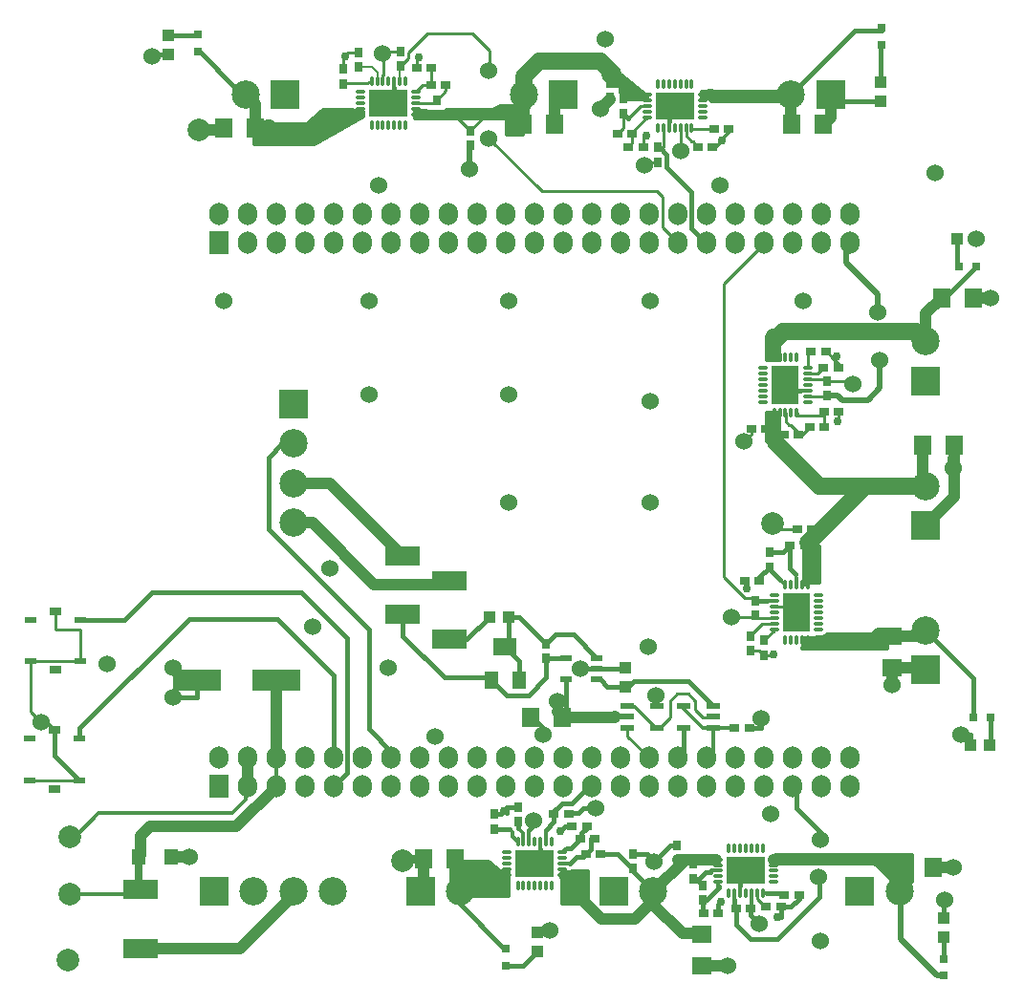
<source format=gtl>
G04 DipTrace 3.3.1.3*
G04 Powerboardv05.gtl*
%MOMM*%
G04 #@! TF.FileFunction,Copper,L1,Top*
G04 #@! TF.Part,Single*
G04 #@! TA.AperFunction,Conductor*
%ADD14C,0.254*%
%ADD15C,1.016*%
%ADD16C,0.3048*%
%ADD17C,0.635*%
%ADD18C,0.381*%
%ADD19C,0.55*%
G04 #@! TA.AperFunction,CopperBalancing*
%ADD20C,0.3*%
G04 #@! TA.AperFunction,Conductor*
%ADD21C,0.508*%
%ADD22C,0.7*%
G04 #@! TA.AperFunction,ViaPad*
%ADD23C,0.762*%
%ADD24C,1.524*%
G04 #@! TA.AperFunction,Conductor*
%ADD25C,0.2032*%
%ADD28R,4.2X1.9*%
%ADD29R,1.3X1.4*%
%ADD30R,0.8X0.8*%
%ADD31R,3.15X1.78*%
G04 #@! TA.AperFunction,ComponentPad*
%ADD32C,2.5*%
%ADD33R,2.5X2.5*%
%ADD34O,1.7X2.0*%
%ADD35R,1.7X2.0*%
%ADD36C,2.0*%
%ADD38R,1.6X1.8*%
%ADD39R,1.0X1.1*%
%ADD40R,1.1X1.0*%
%ADD41R,1.0X0.6*%
%ADD42R,1.0X0.8*%
%ADD43R,1.8X1.6*%
%ADD44R,0.9X0.7*%
%ADD46R,1.2X0.55*%
%ADD47R,2.0X1.6*%
%ADD48R,1.3X1.6*%
%ADD50R,1.1X0.6*%
%ADD51R,0.7X0.9*%
%ADD53O,0.3X0.85*%
%ADD54O,0.85X0.3*%
%ADD55R,3.4X2.4*%
%ADD57R,2.4X3.4*%
%FSLAX35Y35*%
G04*
G71*
G90*
G75*
G01*
G04 Top*
%LPD*%
X4127500Y587377D2*
D14*
X4191000D1*
X4381500Y396877D1*
X4387020D1*
X4387520Y397377D1*
X4413753D1*
X4508500Y492123D1*
Y635000D1*
X4572000Y698500D1*
X4667250D1*
X4730750Y635000D1*
Y555627D1*
X4794250Y492127D1*
X4889250D1*
X4889500Y492377D1*
X764000Y-124000D2*
D15*
X754000Y-134000D1*
D16*
Y-236000D1*
X630000Y-360000D1*
X-550000D1*
X-760000Y-570000D1*
X-810000D1*
X764000Y130000D2*
D15*
Y-124000D1*
X-200000Y-750000D2*
D17*
Y-1020000D1*
X-180000Y-1040000D1*
X1018000Y-124000D2*
D15*
Y-132000D1*
X670000Y-480000D1*
X-100000D1*
X-180000Y-560000D1*
Y-730000D1*
X-200000Y-750000D1*
X-810000Y-1080000D2*
D16*
X-220000D1*
X-180000Y-1040000D1*
X1018000Y-124000D2*
Y130000D1*
D15*
Y818000D1*
X1020000Y820000D1*
X3508373Y635000D2*
D18*
Y539753D1*
Y476250D1*
X3587623D1*
Y825500D1*
X3556000Y492127D2*
D15*
X4016450D1*
X4016700Y492377D1*
D19*
X4127500D1*
X3508373Y539753D2*
D15*
X3556000Y492127D1*
X4629480Y587377D2*
D16*
Y561643D1*
X4793747Y397377D1*
X4889500D1*
Y191500D1*
X4828000Y130000D1*
X5078500Y395377D2*
X4891500D1*
X4889500Y397377D1*
X4127500D2*
D14*
Y322500D1*
X4320000Y130000D1*
X-1156813Y985000D2*
X-716813D1*
X-936813Y1430000D2*
Y1270000D1*
X-716813D1*
Y985000D1*
X-719377Y-70000D2*
X-1159377D1*
X320000Y820000D2*
D18*
Y666750D1*
X111123D1*
X-939377Y375000D2*
Y150000D1*
X-719377Y-70000D1*
X90000Y-750000D2*
D15*
X250000D1*
X3260000Y-614053D2*
D20*
Y-510000D1*
D18*
X3300000Y-470000D1*
Y-430000D1*
X6930000Y-1290000D2*
Y-1140000D1*
X6940000Y-1130000D1*
X3610000Y-370000D2*
Y-360000D1*
X3700000D1*
X3740000Y-320000D1*
X3850000D1*
X5225000Y-1205000D2*
Y-1185000D1*
X5230000Y-1180000D1*
D20*
Y-1065947D1*
X5225000Y-1205000D2*
D18*
Y-1265000D1*
X5300000Y-1340000D1*
X4365623Y-793750D2*
Y-775623D1*
X4310000Y-720000D1*
X4180000D1*
X4570000Y-650000D2*
X4509373D1*
X4365623Y-793750D1*
X7169873Y243750D2*
Y333377D1*
X7080250D1*
X5260000Y1390000D2*
D14*
Y1370000D1*
X5430000D1*
X5633830Y2158617D2*
X5458723D1*
X5414253Y2203087D1*
X5052800Y1379433D2*
X5249433D1*
X5260000Y1390000D1*
X5226703Y3045267D2*
Y2996010D1*
X5164843Y2934150D1*
X5725000Y3485000D2*
X5884467D1*
X5900743Y3468723D1*
X6103902D1*
X6127750Y3444875D1*
X6375000Y5945000D2*
D18*
X5990000D1*
X5930000Y6005000D1*
X7223123Y4730750D2*
X7223330D1*
X63500Y6365877D2*
X-79377D1*
Y6350000D1*
X1960000Y6370000D2*
D14*
X1970000D1*
Y6181550D1*
X1965000Y6186550D1*
Y6125000D1*
X2120000Y6390000D2*
X1960000D1*
Y6370000D1*
X2740000Y5560000D2*
D21*
X2730000D1*
Y5350000D1*
X3980000Y5980000D2*
D22*
Y5970000D1*
D15*
X3890000Y5880000D1*
X4400000Y5410000D2*
D14*
X4310000D1*
X4280000Y5380000D1*
X4600000Y5710000D2*
Y5510000D1*
X-1156813Y985000D2*
Y537687D1*
X-1063627Y444500D1*
X-1008877D1*
X-939377Y375000D1*
X3330000Y-1420000D2*
X3467873D1*
X3444873Y-1397000D1*
X2323500Y-762000D2*
X2143123D1*
Y-777873D1*
X2323500Y-762000D2*
D23*
X2143123D1*
Y-777873D1*
X4791373Y-1711623D2*
D15*
X5013623D1*
X6839250Y-844250D2*
Y-841373D1*
X7016747D1*
X6477000Y926500D2*
Y777877D1*
X7026873Y2905127D2*
X7016750Y2698750D1*
X7191373Y4206877D2*
X7350123D1*
X3486750Y5746750D2*
Y5926750D1*
X3565000Y6005000D1*
X5930000D2*
Y5808750D1*
X5868000Y5746750D1*
X333377Y5699127D2*
X539750D1*
X555623Y5715000D1*
X7026873Y2905127D2*
Y2444497D1*
X6772377Y2190000D1*
X6477000Y926500D2*
X6755877D1*
X6772377Y910000D1*
X2323500Y-762000D2*
Y-1032373D1*
X2300000Y-1055873D1*
X3857623Y920500D2*
D18*
X3714750D1*
Y920750D1*
X3857623Y920500D2*
X4100127D1*
X4111627Y932000D1*
X4629480Y397377D2*
Y185480D1*
X4574000Y130000D1*
X3276000Y492127D2*
X3238500D1*
Y539747D1*
X3381373Y396873D1*
Y333377D1*
X4387520Y587377D2*
X4365623D1*
Y682627D1*
X4381500D1*
X5208500Y395377D2*
X5318123D1*
Y476250D1*
X3050000Y-1710000D2*
X3210000D1*
X3330000Y-1590000D1*
X6930000Y-1650000D2*
Y-1460000D1*
X3555000Y-859053D2*
D20*
Y-909053D1*
D23*
X3649053D1*
D15*
X3750000Y-1010000D1*
Y-1150000D1*
X3900000Y-1300000D1*
X4200000D1*
X4360000Y-1140000D1*
Y-1055873D1*
X3895000Y-725000D2*
D18*
X4045000D1*
X4160000Y-840000D1*
Y-855873D1*
X4360000Y-1055873D1*
X4935000Y-770947D2*
X4920000D1*
D15*
X4710000D1*
X4644927D1*
X4360000Y-1055873D1*
X4935000Y-820947D2*
D20*
Y-770947D1*
X4710000Y-810000D2*
D18*
Y-770947D1*
X4180000Y-850000D2*
X4160000Y-840000D1*
X4570000Y-780000D2*
X4572217D1*
X4581270Y-770947D1*
D15*
X4644927D1*
X4360000Y-1055873D2*
D23*
X4349750D1*
D15*
Y-1158877D1*
X4619623Y-1428750D1*
X4788500D1*
X4791373Y-1431623D1*
X7345750Y487750D2*
D18*
Y243750D1*
X7339873D1*
X7053123Y4730750D2*
Y4496753D1*
X7068750Y4481127D1*
X6375000Y6115000D2*
Y6445000D1*
X6380000Y6450000D1*
X330000Y6540000D2*
Y6535877D1*
X63500D1*
X1170000Y2214127D2*
D15*
X1341873D1*
X1889123Y1666877D1*
X2635250D1*
X2603500Y1698627D1*
X2555873D1*
X1170000Y2564127D2*
X1499877D1*
X2143127Y1920877D1*
X6380000Y6600000D2*
D18*
Y6572250D1*
X6147250D1*
X5580000Y6005000D1*
D14*
X5570000D1*
D15*
Y5990000D1*
X4890000D1*
X4875000Y6005000D1*
X4855227D1*
D20*
X4795000D1*
Y5955000D1*
X5580000Y6005000D2*
D15*
Y5754750D1*
X5588000Y5746750D1*
X330000Y6390000D2*
D18*
X341000D1*
X660000Y6071000D1*
X684000D1*
X750000Y6005000D1*
X1770000Y5880000D2*
D20*
Y5830000D1*
X835623Y5715000D2*
D15*
Y5919377D1*
X750000Y6005000D1*
X1770000Y5830000D2*
D18*
X1400873D1*
X1206500Y5635627D1*
X914997D1*
X835623Y5715000D1*
X952500D1*
D24*
X1016000Y5651500D1*
X2555873Y1178627D2*
D18*
X2707247D1*
X2909750Y1381127D1*
X3171900Y821250D2*
Y987350D1*
X3048000Y1111250D1*
X3079750Y1381127D2*
X3174997D1*
X3413123Y1143000D1*
X3079750Y1381127D2*
Y1143000D1*
X3048000Y1111250D1*
X3413123Y1143000D2*
X3492500Y1222377D1*
X3650747D1*
X3857623Y1015500D1*
X1170000Y-1055873D2*
D15*
Y-1090000D1*
X700000Y-1560000D1*
X-180000D1*
X6772377Y2540000D2*
D18*
X6750000D1*
D24*
X6235210D1*
X5826837D1*
X5441037Y2925800D1*
D15*
Y3014733D1*
Y3143633D1*
D20*
X5453753Y3156350D1*
X5430000D1*
Y3190000D1*
X5675000Y1665000D2*
X5725000D1*
X5730000Y1670000D1*
D14*
Y2034790D1*
D24*
X5819840Y2124630D1*
X6235210Y2540000D1*
X5763830Y2158617D2*
D14*
X5785853D1*
X5819840Y2124630D1*
X5700000Y2010000D2*
X5705210D1*
X5730000Y2034790D1*
X5356703Y3045267D2*
Y3059300D1*
X5441037Y3143633D1*
X5517253Y2994413D2*
X5461357D1*
X5441037Y3014733D1*
X6746873Y2905127D2*
D15*
Y2565503D1*
X6772377Y2540000D1*
X5430000Y3190000D2*
D20*
X5480000D1*
X2260000Y5852127D2*
Y5880000D1*
X2440000Y5830000D2*
D14*
Y5833120D1*
X2478743Y5794377D1*
X4305000Y5955000D2*
D20*
Y6005000D1*
X3215000D2*
D15*
Y5755000D1*
X3206750Y5746750D1*
X2260000Y5830000D2*
D14*
X2440000D1*
X2600000D1*
X2740000Y5690000D1*
Y5692753D1*
X2873373Y5826127D1*
X3127373D1*
X3206750Y5746750D1*
X4095750Y5972000D2*
D18*
X4252000D1*
X4285000Y6005000D1*
D20*
X4305000D1*
X3215000D2*
D24*
Y6167753D1*
X3349623Y6302377D1*
X3889373D1*
X4000500Y6191250D1*
X3982547D1*
X3980000Y6188703D1*
D22*
Y6110000D1*
X3857623Y825500D2*
D18*
X3889373D1*
X3952873Y762000D1*
X4111627D1*
Y730253D1*
X4191000Y809627D1*
X4667250D1*
X4889500Y587377D1*
X3165000Y-435000D2*
Y-495000D1*
D14*
X3210000Y-540000D1*
D20*
Y-614053D1*
X5430000Y1320000D2*
D14*
X5320000D1*
X5210000Y1210000D1*
X5220000D1*
X4650000Y5710000D2*
Y5640000D1*
X4700000Y5590000D1*
X4710000D1*
X4755000Y5545000D1*
X2950000Y-500000D2*
D18*
X3090000D1*
D14*
X3116477Y-526477D1*
D20*
Y-570530D1*
X3160000Y-614053D1*
X5430000Y1270000D2*
D14*
Y1260000D1*
X5340000Y1170000D1*
X4900000Y5700000D2*
X4710000D1*
X4700000Y5710000D1*
X3555000Y-709053D2*
D20*
X3592577Y-671477D1*
D18*
X3628523D1*
X3710000Y-590000D1*
X3770000Y-480000D2*
Y-490000D1*
X3720000Y-540000D1*
Y-580000D1*
X3710000Y-590000D1*
X5390000Y1820000D2*
Y1800000D1*
X5481477Y1708523D1*
D20*
X5525000Y1665000D1*
X5300000Y1700000D2*
D18*
Y1730000D1*
X5390000Y1820000D1*
X4175000Y5665000D2*
D14*
Y5675000D1*
X4305000Y5805000D1*
X4175000Y5665000D2*
Y5575000D1*
X4140000Y5540000D1*
X3555000Y-809053D2*
D20*
X3620947D1*
D18*
X3680000Y-750000D1*
X3740000D1*
X3765000Y-725000D1*
X3810000Y-680000D1*
Y-590000D1*
X3840000D1*
X5570000Y2010000D2*
Y1810000D1*
X5619750Y1760250D1*
D14*
Y1721300D1*
X5625000Y1726550D1*
D20*
Y1665000D1*
X5390000Y1950000D2*
D18*
X5510000D1*
X5570000Y2010000D1*
X4095750Y5842000D2*
X4138877Y5798877D1*
D14*
X4245000Y5905000D1*
X4305000D1*
X4095750Y5842000D2*
Y5715750D1*
X4045000Y5665000D1*
X4800000Y-1130000D2*
D18*
Y-1240000D1*
X4805000Y-1245000D1*
X4800000Y-1130000D2*
X4830000D1*
X4940000Y-1020000D1*
Y-1009997D1*
X4935000Y-1004997D1*
D20*
Y-970947D1*
X5875687Y3058167D2*
D14*
Y3165433D1*
X5631773D1*
Y3188227D1*
X5630000Y3190000D1*
X5875687Y3058167D2*
Y3195357D1*
X5870607Y3200437D1*
X2395000Y6245000D2*
Y6095000D1*
X2390000Y6090000D1*
X2320000D1*
X2260000Y6030000D1*
X4710000Y-940000D2*
D18*
X4740000D1*
X4800000Y-1000000D1*
X4710000Y-940000D2*
X4760000D1*
X4820000Y-880000D1*
X4864397D1*
X4873450Y-870947D1*
D20*
X4935000D1*
X5647253Y2994413D2*
D14*
Y3011893D1*
X5577277Y3081870D1*
X5557297D1*
X5530047Y3109120D1*
Y3189953D1*
X5530000Y3190000D1*
X5647253Y2994413D2*
X5681933D1*
X5745687Y3058167D1*
X2260000Y5930000D2*
X2410000D1*
X2440000Y5960000D1*
X2520000Y6090000D2*
Y6040000D1*
X2440000Y5960000D1*
X5280000Y-1065947D2*
Y-1120000D1*
X5350000Y-1190000D1*
X5360000D1*
X5725000Y3535000D2*
X5810287D1*
X5866100Y3590813D1*
X1750000Y6250000D2*
D25*
X1870000D1*
X1920000Y6200000D1*
Y6120000D1*
X1915000Y6125000D1*
X5330000Y-1065947D2*
D20*
X5364050D1*
D18*
X5495947D1*
X5520000Y-1090000D1*
X5725000Y3585000D2*
D14*
Y3698170D1*
X5756363Y3729533D1*
X1865000Y6125000D2*
Y6120000D1*
X1840000D1*
X1830000Y6110000D1*
X1620000D1*
X1615000Y6105000D1*
X2650000Y-1055873D2*
D15*
X2630000Y-1075873D1*
D18*
Y-1150000D1*
X3040000Y-1560000D1*
X3050000D1*
X3065000Y-859053D2*
D20*
Y-909053D1*
X3030947D1*
D15*
X2955000Y-985000D1*
X2720873D1*
X2650000Y-1055873D1*
X2603500Y-762000D2*
Y-1009373D1*
D23*
X2650000Y-1055873D1*
X6930000Y-1800000D2*
D21*
X6870000D1*
X6550000Y-1480000D1*
Y-1080000D1*
X6590000D1*
Y-1020000D1*
X6554127Y-1055873D1*
X6540000D1*
X5425000Y-770947D2*
D20*
X5518300D1*
D15*
X6370947D1*
X6510000Y-910000D1*
Y-1025873D1*
X6540000Y-1055873D1*
X6551747D1*
X6559250Y-1063377D1*
Y-844250D1*
X5425000Y-770947D2*
X5512667Y-775703D1*
D20*
X5518300Y-770947D1*
X6772377Y1260000D2*
D18*
X7195750Y836627D1*
Y487750D1*
X5675000Y1175000D2*
D20*
X5725000D1*
X6477000Y1206500D2*
D15*
X6718877D1*
X6772377Y1260000D1*
X6477000Y1206500D2*
D24*
X6365873D1*
X6318250Y1158877D1*
X6223000D1*
X6772377Y3820000D2*
D18*
Y4034753D1*
X7218750Y4481127D1*
X5430000Y3680000D2*
D16*
Y3826623D1*
D24*
X5508627Y3905250D1*
X6687127D1*
D15*
X6772377Y3820000D1*
Y4067880D1*
X6911373Y4206877D1*
X2120000Y6260000D2*
D25*
X2111373D1*
Y6121373D1*
X2115000Y6125000D1*
X4574000Y4696000D2*
D14*
X4440000Y4830000D1*
Y5100000D1*
X4390000Y5150000D1*
X3374873D1*
X2905123Y5619750D1*
Y6223000D2*
X2910000D1*
Y6400000D1*
X2760000Y6550000D1*
X2360000D1*
X2190000Y6380000D1*
Y6330000D1*
X2120000Y6260000D1*
X4400000Y5540000D2*
X4450000D1*
Y5710000D1*
X4400000Y5540000D2*
D18*
X4413625D1*
X4476750Y5476875D1*
Y5365750D1*
X4699000Y5143500D1*
Y4825000D1*
X4828000Y4696000D1*
X5430000Y1520000D2*
D20*
X5368450D1*
D18*
X5260000D1*
X5336000Y4696000D2*
D14*
Y4685125D1*
X4980000Y4329125D1*
Y1730000D1*
X5167767Y1542233D1*
X5237767D1*
X5260000Y1520000D1*
X5725000Y3335000D2*
X5897020D1*
X5900743Y3338723D1*
D21*
X5991277D1*
X6030000Y3300000D1*
X6260000D1*
X6365873Y3405873D1*
Y3651250D1*
X6350000Y4079873D2*
Y4240000D1*
X6070000Y4520000D1*
Y4668000D1*
X6098000Y4696000D1*
X1170000Y2914127D2*
D18*
X1074127D1*
X950000Y2790000D1*
Y2160000D1*
X1840000Y1270000D1*
Y382500D1*
X2050000Y172500D1*
Y146000D1*
X2034000Y130000D1*
X3480000Y-370000D2*
Y-438450D1*
X3410000Y-508450D1*
D20*
Y-614053D1*
X3812000Y-124000D2*
D18*
X3786000D1*
X3640000Y-270000D1*
X3550000D1*
X3450000Y-370000D1*
X3480000D1*
X5080000Y-1065947D2*
D20*
Y-1127497D1*
D18*
Y-1190000D1*
X5095000Y-1205000D1*
Y-1348500D1*
X5222873Y-1476373D1*
X5461000D1*
X5830000Y-1107377D1*
Y-940000D1*
X5820000Y-930000D1*
X5840000Y-600000D2*
Y-530000D1*
X5630000Y-320000D1*
Y-164000D1*
X5590000Y-124000D1*
X2143127Y1400877D2*
Y1206500D1*
X2508250Y841377D1*
X2943127D1*
X2923000Y821250D1*
X3061623Y682627D1*
X3254377D1*
X3413123Y841373D1*
Y1013000D1*
X3585123D1*
X3587623Y1015500D1*
X3360000Y-614053D2*
D20*
Y-681550D1*
D18*
Y-765000D1*
X3347500Y-777500D1*
X3341553D1*
X3310000Y-809053D1*
X3640000Y-480000D2*
X3580000D1*
X3540000Y-520000D1*
X3320000Y-760000D2*
X3341553Y-777500D1*
X3420000Y-760000D2*
X3360000Y-765000D1*
X3320000Y-865000D2*
X3341553Y-777500D1*
X3360000Y-681550D2*
Y-759053D1*
X3310000Y-809053D1*
X2950000Y-370000D2*
X3010000D1*
X3040000Y-340000D1*
X3165000Y-305000D2*
X3060000D1*
Y-360000D1*
X3040000Y-340000D1*
X5170000Y1700000D2*
X5191123D1*
Y1635127D1*
X5572123Y1524000D2*
Y1517000D1*
X5556250D1*
Y1488750D1*
X5584377Y1460623D1*
X5625000Y1420000D1*
X5220000Y1080000D2*
D14*
X5300000D1*
X5340000Y1040000D1*
X5418110D1*
X5426050Y1047940D1*
X5430000Y1470000D2*
X5514373D1*
X5575000D1*
X5625000Y1420000D1*
X5667373Y1524003D2*
X5514373Y1470000D1*
X5572123Y1428750D2*
D18*
X5556250Y1517000D1*
X5667373Y1428753D2*
X5651500Y1444627D1*
X5625000Y1420000D1*
X5667373Y1333500D2*
X5584377Y1460623D1*
X5572123Y1333503D2*
X5651500Y1444627D1*
X4500000Y5710000D2*
D20*
Y5771550D1*
D18*
Y5802877D1*
X4445000Y5857877D1*
X4270000Y5540000D2*
D14*
Y5640000D1*
X4300000D1*
X4885000Y5545000D2*
X4905000D1*
X4965787Y5605787D1*
Y5615787D1*
X5050000Y5700000D1*
X5030000D1*
X4445000Y5857877D2*
X4556123D1*
X4445000D2*
D18*
X4502877D1*
X4550000Y5905000D1*
X5650000Y-1090000D2*
Y-1120000D1*
X5580000Y-1190000D1*
X5490000D1*
X5130000Y-1065947D2*
D20*
Y-1004397D1*
D18*
Y-920947D1*
X5180000Y-870947D1*
X5080000Y-925000D2*
X5190000D1*
X5490000Y-1190000D2*
Y-1280000D1*
X5460000D1*
X4935000Y-1245000D2*
Y-1175000D1*
X4960000Y-1150000D1*
X5190000Y-820000D2*
Y-925000D1*
X5180000Y-870947D2*
Y-915000D1*
X5190000Y-925000D1*
X5886363Y3729533D2*
D14*
X5895573D1*
X5942577Y3682530D1*
X5967967Y3657140D1*
Y3618947D1*
X5996100Y3590813D1*
X6000607Y3200437D2*
Y3099393D1*
X5990000Y3110000D1*
X5996100Y3590813D2*
Y3629007D1*
X5967967Y3657140D1*
X5942577Y3682530D2*
X5972530D1*
X5980000Y3690000D1*
X5725000Y3385000D2*
X5543997D1*
X5476873Y3317877D1*
X5725000Y3385000D2*
D20*
X5663450D1*
D18*
X5580000D1*
X5530000Y3435000D1*
X2065000Y6125000D2*
D20*
Y6063450D1*
D18*
Y6030000D1*
Y5980000D1*
X2015000Y5930000D1*
X2016123Y5984877D2*
X2065000Y6030000D1*
X1750000Y6380000D2*
D14*
X1660000D1*
X1630000Y6350000D1*
X1615000Y6235000D2*
Y6335000D1*
X1630000Y6350000D1*
X2265000Y6245000D2*
Y6325000D1*
X2280000Y6340000D1*
X-716813Y1355000D2*
D18*
X-325000D1*
X-80000Y1600000D1*
X1241627D1*
X1650000Y1191627D1*
Y0D1*
X1526000Y-124000D1*
X-719377Y300000D2*
Y390623D1*
X250000Y1360000D1*
X1030000D1*
X1526000Y864000D1*
Y130000D1*
D24*
X3508373Y635000D3*
X3300000Y-430000D3*
X3850000Y-320000D3*
X7223330Y4730750D3*
X-79377Y6350000D3*
X2730000Y5350000D3*
X3444873Y-1397000D3*
X5013623Y-1711623D3*
X7016747Y-841373D3*
X6477000Y777877D3*
X7016750Y2698750D3*
X7350123Y4206877D3*
X3300000Y-430000D3*
X2905123Y5619750D3*
Y6223000D3*
X6365873Y3651250D3*
X6350000Y4079873D3*
X5820000Y-930000D3*
X5840000Y-600000D3*
D23*
X3540000Y-520000D3*
X3040000Y-340000D3*
X5191123Y1635127D3*
X5572123Y1524000D3*
X5426050Y1047940D3*
X4300000Y5640000D3*
X4965787Y5605787D3*
X5460000Y-1280000D3*
X4960000Y-1150000D3*
X5990000Y3110000D3*
X5980000Y3690000D3*
X1630000Y6350000D3*
X2280000Y6340000D3*
D24*
X4381500Y682627D3*
X5052800Y1379433D3*
D23*
X5476873Y3540127D3*
Y3317877D3*
X5080000Y-820000D3*
X5190000D3*
X5290000D3*
X5080000Y-925000D3*
X5190000D3*
X5290000D3*
X3210000Y-760000D3*
X3320000D3*
X3420000D3*
X3210000Y-865000D3*
X3320000D3*
X3420000D3*
D24*
X3930000Y6500000D3*
X5690000Y4178877D3*
X5397500Y-365123D3*
X7080250Y333377D3*
X4953000Y5207000D3*
X250000Y-750000D3*
X-1063627Y444500D3*
X2428873Y317500D3*
X3079750Y2397127D3*
X1930000Y5200000D3*
X3079750Y4178877D3*
X1960000Y6370000D3*
X1492250Y1809750D3*
X-480000Y960000D3*
X111123Y666750D3*
X6940000Y-1130000D3*
X1841500Y4178877D3*
X2010000Y930000D3*
X4280000Y5380000D3*
X3079750Y3349623D3*
X3890000Y5880000D3*
X1340000Y1290000D3*
X1841500Y3349623D3*
X560000Y4178877D3*
X4365623Y-793750D3*
X5164843Y2934150D3*
X110000Y930000D3*
X4328125Y4178877D3*
X3714750Y920750D3*
X4318000Y1111250D3*
X6858000Y5318127D3*
X4600000Y5510000D3*
X5840000Y-1490000D3*
X5300000Y-1340000D3*
X6127750Y3444875D3*
D23*
X1905000Y5984877D3*
X2016123D3*
X4445000Y5857877D3*
X4556123D3*
D24*
X3381373Y333377D3*
X5318123Y476250D3*
D23*
X5667373Y1524003D3*
X5572123Y1428750D3*
X5667373Y1428753D3*
Y1333500D3*
X5572123Y1333503D3*
Y3540127D3*
X5476873Y3429000D3*
X5572123D3*
Y3317877D3*
X4445000Y5953127D3*
X4556123D3*
X4651373Y5857877D3*
Y5953127D3*
X1905000Y5873750D3*
X2016123D3*
X2127250Y5984877D3*
Y5873750D3*
D24*
X4328125Y2397127D3*
Y3288003D3*
X5394031Y3908215D2*
D20*
X5509131D1*
X5374287Y3878552D2*
X5474740D1*
X5367901Y3848888D2*
X5474740D1*
X5367901Y3819225D2*
X5474740D1*
X5367901Y3789562D2*
X5474740D1*
X5367901Y3759898D2*
X5474740D1*
X5367901Y3730235D2*
X5474740D1*
X5367901Y3700572D2*
X5474740D1*
X5367901Y3670908D2*
X5474740D1*
X5477752Y3650434D2*
X5478019Y3876321D1*
X5479612Y3880735D1*
X5482490Y3884440D1*
X5536495Y3927704D1*
X5478080Y3937470D1*
X5391267Y3908531D1*
X5364873Y3868961D1*
X5364872Y3650341D1*
X5477702Y3650375D1*
X5699227Y1193588D2*
X6427267D1*
X5699227Y1163925D2*
X6427267D1*
X5697938Y1134262D2*
X6427267D1*
X5685401Y1104598D2*
X6427267D1*
X5901185Y1223259D2*
X5893744Y1215855D1*
X5884704Y1209288D1*
X5874749Y1204215D1*
X5864122Y1200763D1*
X5853087Y1199015D1*
X5801215Y1198795D1*
X5801205Y1193795D1*
X5696158D1*
X5695985Y1141913D1*
X5694237Y1130878D1*
X5690785Y1120251D1*
X5685712Y1110296D1*
X5682376Y1105355D1*
X5682372Y1094536D1*
X6430238Y1094498D1*
X6430252Y1223214D1*
X5901267Y1223252D1*
X2947615Y5876715D2*
X3244628D1*
X2256402Y5847052D2*
X3239649D1*
X2256402Y5817388D2*
X3234727D1*
X3062797Y5787725D2*
X3229747D1*
X3066019Y5758062D2*
X3224826D1*
X3066019Y5728398D2*
X3219905D1*
X3066019Y5698735D2*
X3214925D1*
X3066019Y5669072D2*
X3210003D1*
X2531204Y5874604D2*
Y5858795D1*
X2348794D1*
Y5861080D1*
X2304122Y5860763D1*
X2293087Y5859015D1*
X2253344Y5858795D1*
X2253374Y5793483D1*
X3050346Y5793314D1*
X3054809Y5791864D1*
X3058606Y5789106D1*
X3061364Y5785309D1*
X3062814Y5780846D1*
X3062999Y5733505D1*
Y5650604D1*
X3209877Y5650625D1*
X3252550Y5906412D1*
X3003925Y5906378D1*
X2941402Y5875326D1*
X2937934Y5874664D1*
X2531158Y5874626D1*
X4013782Y6210088D2*
X4043521D1*
X4002651Y6180425D2*
X4079142D1*
X4002651Y6150762D2*
X4114705D1*
X4002651Y6121098D2*
X4150326D1*
X4002651Y6091435D2*
X4185947D1*
X4074186Y6061772D2*
X4221509D1*
X4074186Y6032108D2*
X4257130D1*
X4084966Y6002445D2*
X4284139D1*
X4003450Y6081205D2*
X4071205D1*
X4071237Y6025910D1*
X4078860Y6010949D1*
X4084048Y5994980D1*
X4085892Y5985012D1*
X4094872Y5983998D1*
X4287096D1*
X4287125Y6009601D1*
X4021348Y6231081D1*
X3999634Y6187733D1*
X3999622Y6085663D1*
X1404090Y5844963D2*
X1785821D1*
X1370696Y5815300D2*
X1785353D1*
X1337360Y5785637D2*
X1733445D1*
X1303965Y5755973D2*
X1681536D1*
X827651Y5726310D2*
X1629628D1*
X827651Y5696647D2*
X1577720D1*
X827651Y5666983D2*
X1525811D1*
X827651Y5637320D2*
X1473903D1*
X827651Y5607657D2*
X1421995D1*
X827651Y5577993D2*
X1370086D1*
X1742522Y5858796D2*
X1731361Y5859672D1*
X1720496Y5862280D1*
X1710174Y5866556D1*
X1700647Y5872394D1*
X1697817Y5874625D1*
X1434438Y5874627D1*
X1293710Y5749837D1*
X1289375Y5748041D1*
X1285873Y5747627D1*
X824616D1*
X824623Y5571221D1*
X1361224Y5571249D1*
X1788813Y5815561D1*
X1788795Y5858842D1*
X1742500Y5858854D1*
X5447277Y-759035D2*
X6649523D1*
X5447277Y-788698D2*
X6649523D1*
X6335343Y-818362D2*
X6649523D1*
X6364988Y-848025D2*
X6649523D1*
X6394633Y-877688D2*
X6649523D1*
X6424337Y-907352D2*
X6649523D1*
X6453982Y-937015D2*
X6649523D1*
X6483627Y-966678D2*
X6649523D1*
X5452478Y-799743D2*
X5463639Y-800618D1*
X5474504Y-803227D1*
X5484826Y-807503D1*
X5490122Y-810514D1*
X5763022Y-810502D1*
X5779085Y-804075D1*
X5789091Y-801253D1*
X5799287Y-799225D1*
X5809612Y-798003D1*
X5820000Y-797595D1*
X5830388Y-798003D1*
X5840713Y-799225D1*
X5850909Y-801253D1*
X5860915Y-804075D1*
X5876828Y-810513D1*
X6320596Y-810686D1*
X6325059Y-812136D1*
X6328856Y-814894D1*
X6483231Y-969270D1*
X6652469Y-969251D1*
X6652501Y-729337D1*
X5868194Y-729372D1*
X5850388Y-731997D1*
X5840000Y-732405D1*
X5829612Y-731997D1*
X5812237Y-729372D1*
X5444257D1*
X5444249Y-799735D1*
X2635061Y-822535D2*
X2932309D1*
X2633479Y-852198D2*
X2967872D1*
X2631897Y-881862D2*
X3077606D1*
X2630374Y-911525D2*
X3077606D1*
X2628792Y-941188D2*
X3077606D1*
X2627210Y-970852D2*
X3077606D1*
X2625687Y-1000515D2*
X3077606D1*
X2624105Y-1030178D2*
X3077606D1*
X2622582Y-1059842D2*
X3077606D1*
X2671912Y-1089505D2*
X3077606D1*
X3037522Y-880257D2*
X3026361Y-879382D1*
X3015496Y-876773D1*
X3004735Y-872252D1*
X2996872Y-871834D1*
X2992537Y-870038D1*
X2899721Y-792895D1*
X2633571Y-792872D1*
X2619040Y-1069613D1*
X2685741Y-1096243D1*
X3080622Y-1096252D1*
X3080625Y-880241D1*
X3037500Y-880200D1*
X5701277Y1971465D2*
X5823994D1*
X5701277Y1941802D2*
X5823994D1*
X5701277Y1912138D2*
X5823994D1*
X5701277Y1882475D2*
X5823994D1*
X5701277Y1852812D2*
X5823994D1*
X5701277Y1823148D2*
X5823994D1*
X5701277Y1793485D2*
X5823994D1*
X5701277Y1763822D2*
X5823994D1*
X5701277Y1734158D2*
X5823994D1*
X5701277Y1704495D2*
X5823994D1*
X5698248Y2001070D2*
Y1681886D1*
X5826964Y1681875D1*
X5827002Y2001117D1*
X5698286Y2001128D1*
X3558151Y-901912D2*
X3776130D1*
X3558151Y-931575D2*
X3776130D1*
X3558151Y-961238D2*
X3776130D1*
X3558151Y-990902D2*
X3776130D1*
X3558151Y-1020565D2*
X3776130D1*
X3558151Y-1050228D2*
X3776130D1*
X3558151Y-1079892D2*
X3776130D1*
X3558151Y-1109555D2*
X3776130D1*
X3558151Y-1139218D2*
X3776130D1*
X3582500Y-880229D2*
X3555140Y-880258D1*
X3555122Y-1159697D1*
X3779101Y-1159752D1*
X3779125Y-872264D1*
X3661775Y-872248D1*
X3655112Y-876106D1*
X3644202Y-880625D1*
X3632719Y-883382D1*
X3620947Y-884308D1*
X3609174Y-883382D1*
X3596717Y-880266D1*
X3555116Y-880258D1*
X5367903Y3162087D2*
X5455821D1*
X5367903Y3132423D2*
X5458164D1*
X5367903Y3102759D2*
X5458457D1*
X5367903Y3073095D2*
X5468300D1*
X5367903Y3043431D2*
X5474745D1*
X5367903Y3013767D2*
X5474745D1*
X5367903Y2984103D2*
X5474745D1*
X5367903Y2954439D2*
X5474745D1*
X5461137Y3144554D2*
X5459673Y3151361D1*
X5458797Y3162522D1*
X5458796Y3191736D1*
X5364851Y3191751D1*
X5364874Y2936012D1*
X5477774Y2935999D1*
X5477652Y3064371D1*
X5471297Y3073118D1*
X5466388Y3082752D1*
X5463047Y3093035D1*
X5461355Y3103714D1*
X5461143Y3144332D1*
X4796403Y6003712D2*
X5490655D1*
X4842864Y5974048D2*
X5490655D1*
X4822478Y5976203D2*
X4833639Y5975327D1*
X4844503Y5972719D1*
X4854826Y5968443D1*
X4864352Y5962605D1*
X4872849Y5955349D1*
X4875710Y5952253D1*
X5493684Y5952249D1*
X5493626Y6033394D1*
X4793316Y6033376D1*
X4793374Y5976252D1*
X4822461Y5976204D1*
D28*
X1020000Y820000D3*
X320000D3*
D29*
X-200000Y-750000D3*
X90000D3*
D30*
X3050000Y-1710000D3*
Y-1560000D3*
X6930000Y-1650000D3*
Y-1800000D3*
X7345750Y487750D3*
X7195750D3*
X7068750Y4481127D3*
X7218750D3*
D31*
X-180000Y-1560000D3*
Y-1040000D3*
D32*
X4360000Y-1055873D3*
D33*
X4010000D3*
D34*
X510000Y130000D3*
X764000D3*
X1018000D3*
X1272000D3*
X1526000D3*
X1780000D3*
X2034000D3*
X2288000D3*
X2542000D3*
X2796000D3*
X3050000D3*
X3304000D3*
X3558000D3*
X3812000D3*
X4066000D3*
X4320000D3*
X4574000D3*
X4828000D3*
X5082000D3*
X5336000D3*
X5590000D3*
X5844000D3*
X6098000D3*
Y-124000D3*
X5844000D3*
X5590000D3*
X5336000D3*
X5082000D3*
X4828000D3*
X4574000D3*
X4320000D3*
X4066000D3*
X3812000D3*
X3558000D3*
X3304000D3*
X3050000D3*
X2796000D3*
X2542000D3*
X2288000D3*
X2034000D3*
X1780000D3*
X1526000D3*
X1272000D3*
X1018000D3*
X764000D3*
D35*
X510000D3*
D36*
X333377Y5699127D3*
D32*
X6772377Y1260000D3*
D33*
Y910000D3*
D36*
X2143123Y-777873D3*
X-810000Y-570000D3*
Y-1080000D3*
D32*
X6772377Y3820000D3*
D33*
Y3470000D3*
D32*
X1520000Y-1055873D3*
X1170000D3*
X820000D3*
D33*
X470000D3*
D32*
X6772377Y2540000D3*
D33*
Y2190000D3*
D34*
X510000Y4950000D3*
X764000D3*
X1018000D3*
X1272000D3*
X1526000D3*
X1780000D3*
X2034000D3*
X2288000D3*
X2542000D3*
X2796000D3*
X3050000D3*
X3304000D3*
X3558000D3*
X3812000D3*
X4066000D3*
X4320000D3*
X4574000D3*
X4828000D3*
X5082000D3*
X5336000D3*
X5590000D3*
X5844000D3*
X6098000D3*
Y4696000D3*
X5844000D3*
X5590000D3*
X5336000D3*
X5082000D3*
X4828000D3*
X4574000D3*
X4320000D3*
X4066000D3*
X3812000D3*
X3558000D3*
X3304000D3*
X3050000D3*
X2796000D3*
X2542000D3*
X2288000D3*
X2034000D3*
X1780000D3*
X1526000D3*
X1272000D3*
X1018000D3*
X764000D3*
D35*
X510000D3*
D32*
X2650000Y-1055873D3*
D33*
X2300000D3*
D32*
X6540000D3*
D33*
X6190000D3*
D36*
X-820000Y-1660000D3*
X5414253Y2203087D3*
D32*
X1170000Y2214127D3*
Y2564127D3*
Y2914127D3*
D33*
Y3264127D3*
D38*
X3556000Y492127D3*
X3276000D3*
D31*
X2555877Y1698627D3*
Y1178627D3*
D30*
X6380000Y6450000D3*
Y6600000D3*
D31*
X2143127Y1920877D3*
Y1400877D3*
D39*
X6930000Y-1290000D3*
Y-1460000D3*
X3330000Y-1420000D3*
Y-1590000D3*
D40*
X7169873Y243750D3*
X7339873D3*
X7223123Y4730750D3*
X7053123D3*
D41*
X-719377Y300000D3*
X-1159377D3*
Y-70000D3*
X-719377D3*
D42*
X-939377Y375000D3*
Y-145000D3*
D41*
X-716813Y1355000D3*
X-1156813D3*
Y985000D3*
X-716813D3*
D42*
X-936813Y1430000D3*
Y910000D3*
D38*
X2603500Y-762000D3*
X2323500D3*
D30*
X330000Y6540000D3*
Y6390000D3*
D32*
X5580000Y6005000D3*
D33*
X5930000D3*
D32*
X750000D3*
D33*
X1100000D3*
D32*
X3215000D3*
D33*
X3565000D3*
D38*
X6559250Y-844250D3*
X6839250D3*
D39*
X6375000Y5945000D3*
Y6115000D3*
X63500Y6365877D3*
Y6535877D3*
D43*
X6477000Y1206500D3*
Y926500D3*
D38*
X6911373Y4206877D3*
X7191373D3*
X5588000Y5746750D3*
X5868000D3*
X835623Y5715000D3*
X555623D3*
D43*
X4791373Y-1431623D3*
Y-1711623D3*
D38*
X6746873Y2905127D3*
X7026873D3*
X3206750Y5746750D3*
X3486750D3*
D44*
X5208500Y395377D3*
X5078500D3*
D46*
X4127500Y587377D3*
Y492377D3*
Y397377D3*
X4387520D3*
Y587377D3*
X4889500Y397377D3*
Y492377D3*
Y587377D3*
X4629480D3*
Y397377D3*
D47*
X3048000Y1111250D3*
D48*
X3171900Y821250D3*
X2923000D3*
D40*
X3079750Y1381127D3*
X2909750D3*
D39*
X4111627Y932000D3*
Y762000D3*
D50*
X3857623Y825500D3*
Y920500D3*
Y1015500D3*
X3587623D3*
Y825500D3*
D51*
X3413123Y1143000D3*
Y1013000D3*
X4180000Y-850000D3*
Y-720000D3*
D44*
X3610000Y-370000D3*
X3480000D3*
X3765000Y-725001D3*
X3895000D3*
X3710000Y-590001D3*
X3840000D3*
D51*
X2949999Y-370000D3*
Y-500000D3*
X3164999Y-305000D3*
Y-435000D3*
D44*
X3640000Y-480001D3*
X3770000D3*
D53*
X3160000Y-1004053D3*
X3210000D3*
X3260000D3*
X3310000D3*
X3360000D3*
X3410000D3*
X3460000D3*
D54*
X3555000Y-909053D3*
Y-859053D3*
Y-809053D3*
Y-759053D3*
Y-709053D3*
D53*
X3460000Y-614053D3*
X3410000D3*
X3360000D3*
X3310000D3*
X3260000D3*
X3210000D3*
X3160000D3*
D54*
X3065000Y-709053D3*
Y-759053D3*
Y-809053D3*
Y-859053D3*
Y-909053D3*
D55*
X3310000Y-809053D3*
D51*
X4570000Y-780000D3*
Y-650000D3*
D44*
X5225000Y-1205000D3*
X5095000D3*
D51*
X4710001Y-940000D3*
Y-810000D3*
X4800001Y-1130000D3*
Y-1000000D3*
D44*
X5650000Y-1089999D3*
X5520000D3*
X5490000Y-1189999D3*
X5360000D3*
X4935000Y-1244999D3*
X4805000D3*
D53*
X5330000Y-675947D3*
X5280000D3*
X5230000D3*
X5180000D3*
X5130000D3*
X5080000D3*
X5030000D3*
D54*
X4935000Y-770947D3*
Y-820947D3*
Y-870947D3*
Y-920947D3*
Y-970947D3*
D53*
X5030000Y-1065947D3*
X5080000D3*
X5130000D3*
X5180000D3*
X5230000D3*
X5280000D3*
X5330000D3*
D54*
X5425000Y-970947D3*
Y-920947D3*
Y-870947D3*
Y-820947D3*
Y-770947D3*
D55*
X5180000Y-870947D3*
D44*
X5763830Y2158617D3*
X5633830D3*
D51*
X5260000Y1390000D3*
Y1520000D3*
D44*
X5570000Y2009999D3*
X5700000D3*
D51*
X5390001Y1820000D3*
Y1950000D3*
X5340001Y1040000D3*
Y1170000D3*
X5220001Y1080000D3*
Y1210000D3*
D44*
X5170000Y1699999D3*
X5300000D3*
D54*
X5820000Y1270000D3*
Y1320000D3*
Y1370000D3*
Y1420000D3*
Y1470000D3*
Y1520000D3*
Y1570000D3*
D53*
X5725000Y1665000D3*
X5675000D3*
X5625000D3*
X5575000D3*
X5525000D3*
D54*
X5430000Y1570000D3*
Y1520000D3*
Y1470000D3*
Y1420000D3*
Y1370000D3*
Y1320000D3*
Y1270000D3*
D53*
X5525000Y1175000D3*
X5575000D3*
X5625000D3*
X5675000D3*
X5725000D3*
D57*
X5625000Y1420000D3*
D44*
X5356703Y3045267D3*
X5226703D3*
D51*
X5900743Y3468723D3*
Y3338723D3*
D44*
X5647253Y2994414D3*
X5517253D3*
X5875687Y3058167D3*
X5745687D3*
X5886363Y3729534D3*
X5756363D3*
X5996100Y3590814D3*
X5866100D3*
X6000607Y3200437D3*
X5870607D3*
D54*
X5335000Y3585000D3*
Y3535000D3*
Y3485000D3*
Y3435000D3*
Y3385000D3*
Y3335000D3*
Y3285000D3*
D53*
X5430000Y3190000D3*
X5480000D3*
X5530000D3*
X5580000D3*
X5630000D3*
D54*
X5725000Y3285000D3*
Y3335000D3*
Y3385000D3*
Y3435000D3*
Y3485000D3*
Y3535000D3*
Y3585000D3*
D53*
X5630000Y3680000D3*
X5580000D3*
X5530000D3*
X5480000D3*
X5430000D3*
D57*
X5530000Y3435000D3*
D51*
X2740000Y5690000D3*
Y5560000D3*
X4400000Y5410000D3*
Y5540000D3*
X4095751Y5842000D3*
Y5972000D3*
D44*
X4175000Y5665001D3*
X4045000D3*
X5030000Y5700001D3*
X4900000D3*
X4885000Y5545001D3*
X4755000D3*
X4270000Y5540001D3*
X4140000D3*
D53*
X4700000Y6100000D3*
X4650000D3*
X4600000D3*
X4550000D3*
X4500000D3*
X4450000D3*
X4400000D3*
D54*
X4305000Y6005000D3*
Y5955000D3*
Y5905000D3*
Y5855000D3*
Y5805000D3*
D53*
X4400000Y5710000D3*
X4450000D3*
X4500000D3*
X4550000D3*
X4600000D3*
X4650000D3*
X4700000D3*
D54*
X4795000Y5805000D3*
Y5855000D3*
Y5905000D3*
Y5955000D3*
Y6005000D3*
D55*
X4550000Y5905000D3*
D51*
X3980000Y6110000D3*
Y5980000D3*
X2120000Y6390000D3*
Y6260000D3*
X2439999Y5960000D3*
Y5830000D3*
D44*
X2390000Y6089999D3*
X2520000D3*
D51*
X1614999Y6235000D3*
Y6105000D3*
X1749999Y6380000D3*
Y6250000D3*
D44*
X2265000Y6244999D3*
X2395000D3*
D53*
X1865000Y5735000D3*
X1915000D3*
X1965000D3*
X2015000D3*
X2065000D3*
X2115000D3*
X2165000D3*
D54*
X2260000Y5830000D3*
Y5880000D3*
Y5930000D3*
Y5980000D3*
Y6030000D3*
D53*
X2165000Y6125000D3*
X2115000D3*
X2065000D3*
X2015000D3*
X1965000D3*
X1915000D3*
X1865000D3*
D54*
X1770000Y6030000D3*
Y5980000D3*
Y5930000D3*
Y5880000D3*
Y5830000D3*
D55*
X2015000Y5930000D3*
M02*

</source>
